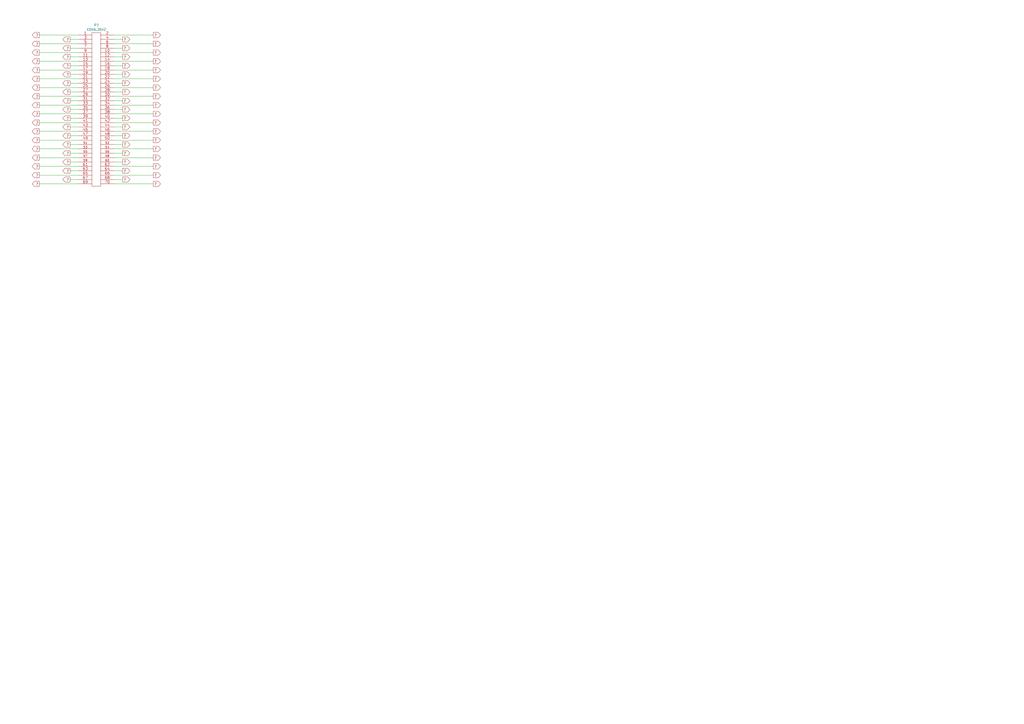
<source format=kicad_sch>
(kicad_sch (version 20250114) (generator "eeschema") (generator_version "9.0")
  (paper "A2")
  (title_block (date "2 aug 2016"))
  (lib_symbols
    (symbol "FR1-1-rescue:CONN_35X2-conn_35x2" (pin_names (offset 0.254) (hide yes))
      (property "Reference" "P" (at 0 45.72 0))
      (property "Value" "conn_35x2:CONN_35X2" (at 0 0 90))
      (symbol "CONN_35X2-conn_35x2_0_1"
        (rectangle (start -2.54 -44.45) (end 2.54 44.45))
      )
      (symbol "CONN_35X2-conn_35x2_1_1"
        (pin passive line (at -10.16 43.18 0) (length 7.62) (name "P1") (number "1"))
        (pin passive line (at -10.16 40.64 0) (length 7.62) (name "P3") (number "3"))
        (pin passive line (at -10.16 38.1 0) (length 7.62) (name "P5") (number "5"))
        (pin passive line (at -10.16 35.56 0) (length 7.62) (name "P7") (number "7"))
        (pin passive line (at -10.16 33.02 0) (length 7.62) (name "P9") (number "9"))
        (pin passive line (at -10.16 30.48 0) (length 7.62) (name "P11") (number "11"))
        (pin passive line (at -10.16 27.94 0) (length 7.62) (name "P13") (number "13"))
        (pin passive line (at -10.16 25.4 0) (length 7.62) (name "P15") (number "15"))
        (pin passive line (at -10.16 22.86 0) (length 7.62) (name "P17") (number "17"))
        (pin passive line (at -10.16 20.32 0) (length 7.62) (name "P19") (number "19"))
        (pin passive line (at -10.16 17.78 0) (length 7.62) (name "P21") (number "21"))
        (pin passive line (at -10.16 15.24 0) (length 7.62) (name "P23") (number "23"))
        (pin passive line (at -10.16 12.7 0) (length 7.62) (name "~") (number "25"))
        (pin passive line (at -10.16 10.16 0) (length 7.62) (name "P27") (number "27"))
        (pin passive line (at -10.16 7.62 0) (length 7.62) (name "P29") (number "29"))
        (pin passive line (at -10.16 5.08 0) (length 7.62) (name "P31") (number "31"))
        (pin passive line (at -10.16 2.54 0) (length 7.62) (name "P33") (number "33"))
        (pin passive line (at -10.16 0 0) (length 7.62) (name "P35") (number "35"))
        (pin passive line (at -10.16 -2.54 0) (length 7.62) (name "P37") (number "37"))
        (pin passive line (at -10.16 -5.08 0) (length 7.62) (name "P39") (number "39"))
        (pin passive line (at -10.16 -7.62 0) (length 7.62) (name "P41") (number "41"))
        (pin passive line (at -10.16 -10.16 0) (length 7.62) (name "P43") (number "43"))
        (pin passive line (at -10.16 -12.7 0) (length 7.62) (name "P45") (number "45"))
        (pin passive line (at -10.16 -15.24 0) (length 7.62) (name "P47") (number "47"))
        (pin passive line (at -10.16 -17.78 0) (length 7.62) (name "P49") (number "49"))
        (pin passive line (at -10.16 -20.32 0) (length 7.62) (name "P51") (number "51"))
        (pin passive line (at -10.16 -22.86 0) (length 7.62) (name "P53") (number "53"))
        (pin passive line (at -10.16 -25.4 0) (length 7.62) (name "P55") (number "55"))
        (pin passive line (at -10.16 -27.94 0) (length 7.62) (name "P57") (number "57"))
        (pin passive line (at -10.16 -30.48 0) (length 7.62) (name "P59") (number "59"))
        (pin passive line (at -10.16 -33.02 0) (length 7.62) (name "P61") (number "61"))
        (pin passive line (at -10.16 -35.56 0) (length 7.62) (name "P63") (number "63"))
        (pin passive line (at -10.16 -38.1 0) (length 7.62) (name "P65") (number "65"))
        (pin passive line (at -10.16 -40.64 0) (length 7.62) (name "P67") (number "67"))
        (pin passive line (at -10.16 -43.18 0) (length 7.62) (name "P69") (number "69"))
        (pin passive line (at 10.16 43.18 180) (length 7.62) (name "P2") (number "2"))
        (pin passive line (at 10.16 40.64 180) (length 7.62) (name "P4") (number "4"))
        (pin passive line (at 10.16 38.1 180) (length 7.62) (name "P6") (number "6"))
        (pin passive line (at 10.16 35.56 180) (length 7.62) (name "P8") (number "8"))
        (pin passive line (at 10.16 33.02 180) (length 7.62) (name "P10") (number "10"))
        (pin passive line (at 10.16 30.48 180) (length 7.62) (name "P12") (number "12"))
        (pin passive line (at 10.16 27.94 180) (length 7.62) (name "P14") (number "14"))
        (pin passive line (at 10.16 25.4 180) (length 7.62) (name "P16") (number "16"))
        (pin passive line (at 10.16 22.86 180) (length 7.62) (name "P18") (number "18"))
        (pin passive line (at 10.16 20.32 180) (length 7.62) (name "P20") (number "20"))
        (pin passive line (at 10.16 17.78 180) (length 7.62) (name "P22") (number "22"))
        (pin passive line (at 10.16 15.24 180) (length 7.62) (name "P24") (number "24"))
        (pin passive line (at 10.16 12.7 180) (length 7.62) (name "P26") (number "26"))
        (pin passive line (at 10.16 10.16 180) (length 7.62) (name "P28") (number "28"))
        (pin passive line (at 10.16 7.62 180) (length 7.62) (name "P30") (number "30"))
        (pin passive line (at 10.16 5.08 180) (length 7.62) (name "P32") (number "32"))
        (pin passive line (at 10.16 2.54 180) (length 7.62) (name "P34") (number "34"))
        (pin passive line (at 10.16 0 180) (length 7.62) (name "P36") (number "36"))
        (pin passive line (at 10.16 -2.54 180) (length 7.62) (name "P38") (number "38"))
        (pin passive line (at 10.16 -5.08 180) (length 7.62) (name "P40") (number "40"))
        (pin passive line (at 10.16 -7.62 180) (length 7.62) (name "P42") (number "42"))
        (pin passive line (at 10.16 -10.16 180) (length 7.62) (name "P44") (number "44"))
        (pin passive line (at 10.16 -12.7 180) (length 7.62) (name "P46") (number "46"))
        (pin passive line (at 10.16 -15.24 180) (length 7.62) (name "P48") (number "48"))
        (pin passive line (at 10.16 -17.78 180) (length 7.62) (name "P50") (number "50"))
        (pin passive line (at 10.16 -20.32 180) (length 7.62) (name "P52") (number "52"))
        (pin passive line (at 10.16 -22.86 180) (length 7.62) (name "P54") (number "54"))
        (pin passive line (at 10.16 -25.4 180) (length 7.62) (name "P56") (number "56"))
        (pin passive line (at 10.16 -27.94 180) (length 7.62) (name "P58") (number "58"))
        (pin passive line (at 10.16 -30.48 180) (length 7.62) (name "P60") (number "60"))
        (pin passive line (at 10.16 -33.02 180) (length 7.62) (name "P62") (number "62"))
        (pin passive line (at 10.16 -35.56 180) (length 7.62) (name "P64") (number "64"))
        (pin passive line (at 10.16 -38.1 180) (length 7.62) (name "P66") (number "66"))
        (pin passive line (at 10.16 -40.64 180) (length 7.62) (name "P68") (number "68"))
        (pin passive line (at 10.16 -43.18 180) (length 7.62) (name "P70") (number "70"))
      )
    )
  )
  (wire (pts (xy 71.12 73.66) (xy 66.04 73.66)))
  (wire (pts (xy 22.86 60.96) (xy 45.72 60.96)))
  (wire (pts (xy 71.12 93.98) (xy 66.04 93.98)))
  (wire (pts (xy 22.86 81.28) (xy 45.72 81.28)))
  (wire (pts (xy 88.9 96.52) (xy 66.04 96.52)))
  (wire (pts (xy 71.12 68.58) (xy 66.04 68.58)))
  (wire (pts (xy 71.12 104.14) (xy 66.04 104.14)))
  (wire (pts (xy 22.86 20.32) (xy 45.72 20.32)))
  (wire (pts (xy 71.12 43.18) (xy 66.04 43.18)))
  (wire (pts (xy 22.86 50.8) (xy 45.72 50.8)))
  (wire (pts (xy 88.9 76.2) (xy 66.04 76.2)))
  (wire (pts (xy 22.86 101.6) (xy 45.72 101.6)))
  (wire (pts (xy 40.64 68.58) (xy 45.72 68.58)))
  (wire (pts (xy 22.86 96.52) (xy 45.72 96.52)))
  (wire (pts (xy 88.9 91.44) (xy 66.04 91.44)))
  (wire (pts (xy 88.9 35.56) (xy 66.04 35.56)))
  (wire (pts (xy 40.64 73.66) (xy 45.72 73.66)))
  (wire (pts (xy 88.9 81.28) (xy 66.04 81.28)))
  (wire (pts (xy 22.86 106.68) (xy 45.72 106.68)))
  (wire (pts (xy 22.86 66.04) (xy 45.72 66.04)))
  (wire (pts (xy 22.86 76.2) (xy 45.72 76.2)))
  (wire (pts (xy 40.64 83.82) (xy 45.72 83.82)))
  (wire (pts (xy 22.86 86.36) (xy 45.72 86.36)))
  (wire (pts (xy 40.64 53.34) (xy 45.72 53.34)))
  (wire (pts (xy 45.72 88.9) (xy 40.64 88.9)))
  (wire (pts (xy 22.86 71.12) (xy 45.72 71.12)))
  (wire (pts (xy 40.64 22.86) (xy 45.72 22.86)))
  (wire (pts (xy 22.86 91.44) (xy 45.72 91.44)))
  (wire (pts (xy 88.9 25.4) (xy 66.04 25.4)))
  (wire (pts (xy 71.12 33.02) (xy 66.04 33.02)))
  (wire (pts (xy 71.12 83.82) (xy 66.04 83.82)))
  (wire (pts (xy 22.86 45.72) (xy 45.72 45.72)))
  (wire (pts (xy 88.9 30.48) (xy 66.04 30.48)))
  (wire (pts (xy 40.64 99.06) (xy 45.72 99.06)))
  (wire (pts (xy 22.86 55.88) (xy 45.72 55.88)))
  (wire (pts (xy 40.64 43.18) (xy 45.72 43.18)))
  (wire (pts (xy 40.64 78.74) (xy 45.72 78.74)))
  (wire (pts (xy 45.72 93.98) (xy 40.64 93.98)))
  (wire (pts (xy 88.9 40.64) (xy 66.04 40.64)))
  (wire (pts (xy 88.9 60.96) (xy 66.04 60.96)))
  (wire (pts (xy 40.64 27.94) (xy 45.72 27.94)))
  (wire (pts (xy 88.9 101.6) (xy 66.04 101.6)))
  (wire (pts (xy 40.64 58.42) (xy 45.72 58.42)))
  (wire (pts (xy 40.64 63.5) (xy 45.72 63.5)))
  (wire (pts (xy 22.86 35.56) (xy 45.72 35.56)))
  (wire (pts (xy 66.04 99.06) (xy 71.12 99.06)))
  (wire (pts (xy 22.86 30.48) (xy 45.72 30.48)))
  (wire (pts (xy 71.12 53.34) (xy 66.04 53.34)))
  (wire (pts (xy 71.12 58.42) (xy 66.04 58.42)))
  (wire (pts (xy 88.9 71.12) (xy 66.04 71.12)))
  (wire (pts (xy 71.12 78.74) (xy 66.04 78.74)))
  (wire (pts (xy 71.12 22.86) (xy 66.04 22.86)))
  (wire (pts (xy 88.9 55.88) (xy 66.04 55.88)))
  (wire (pts (xy 88.9 66.04) (xy 66.04 66.04)))
  (wire (pts (xy 22.86 40.64) (xy 45.72 40.64)))
  (wire (pts (xy 71.12 88.9) (xy 66.04 88.9)))
  (wire (pts (xy 88.9 50.8) (xy 66.04 50.8)))
  (wire (pts (xy 40.64 104.14) (xy 45.72 104.14)))
  (wire (pts (xy 71.12 63.5) (xy 66.04 63.5)))
  (wire (pts (xy 40.64 38.1) (xy 45.72 38.1)))
  (wire (pts (xy 71.12 38.1) (xy 66.04 38.1)))
  (wire (pts (xy 40.64 33.02) (xy 45.72 33.02)))
  (wire (pts (xy 88.9 45.72) (xy 66.04 45.72)))
  (wire (pts (xy 88.9 86.36) (xy 66.04 86.36)))
  (wire (pts (xy 40.64 48.26) (xy 45.72 48.26)))
  (wire (pts (xy 22.86 25.4) (xy 45.72 25.4)))
  (wire (pts (xy 88.9 106.68) (xy 66.04 106.68)))
  (wire (pts (xy 71.12 27.94) (xy 66.04 27.94)))
  (wire (pts (xy 88.9 20.32) (xy 66.04 20.32)))
  (wire (pts (xy 71.12 48.26) (xy 66.04 48.26)))
  (global_label "?" (shape output) (at 88.9 55.88 0) (effects (font (size 1.524 1.524))) (property "Intersheetrefs" "${INTERSHEET_REFS}" (effects (hide yes))))
  (global_label "?" (shape output) (at 22.86 55.88 180) (effects (font (size 1.524 1.524))) (property "Intersheetrefs" "${INTERSHEET_REFS}" (effects (hide yes))))
  (global_label "?" (shape output) (at 22.86 81.28 180) (effects (font (size 1.524 1.524))) (property "Intersheetrefs" "${INTERSHEET_REFS}" (effects (hide yes))))
  (global_label "?" (shape output) (at 88.9 45.72 0) (effects (font (size 1.524 1.524))) (property "Intersheetrefs" "${INTERSHEET_REFS}" (effects (hide yes))))
  (global_label "?" (shape output) (at 88.9 50.8 0) (effects (font (size 1.524 1.524))) (property "Intersheetrefs" "${INTERSHEET_REFS}" (effects (hide yes))))
  (global_label "?" (shape output) (at 40.64 68.58 180) (effects (font (size 1.524 1.524))) (property "Intersheetrefs" "${INTERSHEET_REFS}" (effects (hide yes))))
  (global_label "?" (shape output) (at 40.64 63.5 180) (effects (font (size 1.524 1.524))) (property "Intersheetrefs" "${INTERSHEET_REFS}" (effects (hide yes))))
  (global_label "?" (shape output) (at 88.9 86.36 0) (effects (font (size 1.524 1.524))) (property "Intersheetrefs" "${INTERSHEET_REFS}" (effects (hide yes))))
  (global_label "?" (shape output) (at 22.86 60.96 180) (effects (font (size 1.524 1.524))) (property "Intersheetrefs" "${INTERSHEET_REFS}" (effects (hide yes))))
  (global_label "?" (shape output) (at 88.9 71.12 0) (effects (font (size 1.524 1.524))) (property "Intersheetrefs" "${INTERSHEET_REFS}" (effects (hide yes))))
  (global_label "?" (shape output) (at 71.12 27.94 0) (effects (font (size 1.524 1.524))) (property "Intersheetrefs" "${INTERSHEET_REFS}" (effects (hide yes))))
  (global_label "?" (shape output) (at 22.86 71.12 180) (effects (font (size 1.524 1.524))) (property "Intersheetrefs" "${INTERSHEET_REFS}" (effects (hide yes))))
  (global_label "?" (shape output) (at 22.86 50.8 180) (effects (font (size 1.524 1.524))) (property "Intersheetrefs" "${INTERSHEET_REFS}" (effects (hide yes))))
  (global_label "?" (shape output) (at 71.12 99.06 0) (effects (font (size 1.524 1.524))) (property "Intersheetrefs" "${INTERSHEET_REFS}" (effects (hide yes))))
  (global_label "?" (shape output) (at 88.9 106.68 0) (effects (font (size 1.524 1.524))) (property "Intersheetrefs" "${INTERSHEET_REFS}" (effects (hide yes))))
  (global_label "?" (shape output) (at 71.12 48.26 0) (effects (font (size 1.524 1.524))) (property "Intersheetrefs" "${INTERSHEET_REFS}" (effects (hide yes))))
  (global_label "?" (shape output) (at 88.9 60.96 0) (effects (font (size 1.524 1.524))) (property "Intersheetrefs" "${INTERSHEET_REFS}" (effects (hide yes))))
  (global_label "?" (shape output) (at 71.12 53.34 0) (effects (font (size 1.524 1.524))) (property "Intersheetrefs" "${INTERSHEET_REFS}" (effects (hide yes))))
  (global_label "?" (shape output) (at 22.86 30.48 180) (effects (font (size 1.524 1.524))) (property "Intersheetrefs" "${INTERSHEET_REFS}" (effects (hide yes))))
  (global_label "?" (shape output) (at 40.64 73.66 180) (effects (font (size 1.524 1.524))) (property "Intersheetrefs" "${INTERSHEET_REFS}" (effects (hide yes))))
  (global_label "?" (shape output) (at 71.12 58.42 0) (effects (font (size 1.524 1.524))) (property "Intersheetrefs" "${INTERSHEET_REFS}" (effects (hide yes))))
  (global_label "?" (shape output) (at 71.12 93.98 0) (effects (font (size 1.524 1.524))) (property "Intersheetrefs" "${INTERSHEET_REFS}" (effects (hide yes))))
  (global_label "?" (shape output) (at 22.86 91.44 180) (effects (font (size 1.524 1.524))) (property "Intersheetrefs" "${INTERSHEET_REFS}" (effects (hide yes))))
  (global_label "?" (shape output) (at 22.86 86.36 180) (effects (font (size 1.524 1.524))) (property "Intersheetrefs" "${INTERSHEET_REFS}" (effects (hide yes))))
  (global_label "?" (shape output) (at 71.12 83.82 0) (effects (font (size 1.524 1.524))) (property "Intersheetrefs" "${INTERSHEET_REFS}" (effects (hide yes))))
  (global_label "?" (shape output) (at 71.12 68.58 0) (effects (font (size 1.524 1.524))) (property "Intersheetrefs" "${INTERSHEET_REFS}" (effects (hide yes))))
  (global_label "?" (shape output) (at 71.12 22.86 0) (effects (font (size 1.524 1.524))) (property "Intersheetrefs" "${INTERSHEET_REFS}" (effects (hide yes))))
  (global_label "?" (shape output) (at 40.64 93.98 180) (effects (font (size 1.524 1.524))) (property "Intersheetrefs" "${INTERSHEET_REFS}" (effects (hide yes))))
  (global_label "?" (shape output) (at 40.64 27.94 180) (effects (font (size 1.524 1.524))) (property "Intersheetrefs" "${INTERSHEET_REFS}" (effects (hide yes))))
  (global_label "?" (shape output) (at 88.9 81.28 0) (effects (font (size 1.524 1.524))) (property "Intersheetrefs" "${INTERSHEET_REFS}" (effects (hide yes))))
  (global_label "?" (shape output) (at 40.64 99.06 180) (effects (font (size 1.524 1.524))) (property "Intersheetrefs" "${INTERSHEET_REFS}" (effects (hide yes))))
  (global_label "?" (shape output) (at 40.64 33.02 180) (effects (font (size 1.524 1.524))) (property "Intersheetrefs" "${INTERSHEET_REFS}" (effects (hide yes))))
  (global_label "?" (shape output) (at 22.86 106.68 180) (effects (font (size 1.524 1.524))) (property "Intersheetrefs" "${INTERSHEET_REFS}" (effects (hide yes))))
  (global_label "?" (shape output) (at 88.9 20.32 0) (effects (font (size 1.524 1.524))) (property "Intersheetrefs" "${INTERSHEET_REFS}" (effects (hide yes))))
  (global_label "?" (shape output) (at 88.9 30.48 0) (effects (font (size 1.524 1.524))) (property "Intersheetrefs" "${INTERSHEET_REFS}" (effects (hide yes))))
  (global_label "?" (shape output) (at 71.12 88.9 0) (effects (font (size 1.524 1.524))) (property "Intersheetrefs" "${INTERSHEET_REFS}" (effects (hide yes))))
  (global_label "?" (shape output) (at 71.12 63.5 0) (effects (font (size 1.524 1.524))) (property "Intersheetrefs" "${INTERSHEET_REFS}" (effects (hide yes))))
  (global_label "?" (shape output) (at 88.9 35.56 0) (effects (font (size 1.524 1.524))) (property "Intersheetrefs" "${INTERSHEET_REFS}" (effects (hide yes))))
  (global_label "?" (shape output) (at 88.9 40.64 0) (effects (font (size 1.524 1.524))) (property "Intersheetrefs" "${INTERSHEET_REFS}" (effects (hide yes))))
  (global_label "?" (shape output) (at 40.64 43.18 180) (effects (font (size 1.524 1.524))) (property "Intersheetrefs" "${INTERSHEET_REFS}" (effects (hide yes))))
  (global_label "?" (shape output) (at 22.86 20.32 180) (effects (font (size 1.524 1.524))) (property "Intersheetrefs" "${INTERSHEET_REFS}" (effects (hide yes))))
  (global_label "?" (shape output) (at 40.64 104.14 180) (effects (font (size 1.524 1.524))) (property "Intersheetrefs" "${INTERSHEET_REFS}" (effects (hide yes))))
  (global_label "?" (shape output) (at 40.64 58.42 180) (effects (font (size 1.524 1.524))) (property "Intersheetrefs" "${INTERSHEET_REFS}" (effects (hide yes))))
  (global_label "?" (shape output) (at 71.12 43.18 0) (effects (font (size 1.524 1.524))) (property "Intersheetrefs" "${INTERSHEET_REFS}" (effects (hide yes))))
  (global_label "?" (shape output) (at 71.12 73.66 0) (effects (font (size 1.524 1.524))) (property "Intersheetrefs" "${INTERSHEET_REFS}" (effects (hide yes))))
  (global_label "?" (shape output) (at 22.86 76.2 180) (effects (font (size 1.524 1.524))) (property "Intersheetrefs" "${INTERSHEET_REFS}" (effects (hide yes))))
  (global_label "?" (shape output) (at 22.86 40.64 180) (effects (font (size 1.524 1.524))) (property "Intersheetrefs" "${INTERSHEET_REFS}" (effects (hide yes))))
  (global_label "?" (shape output) (at 88.9 91.44 0) (effects (font (size 1.524 1.524))) (property "Intersheetrefs" "${INTERSHEET_REFS}" (effects (hide yes))))
  (global_label "?" (shape output) (at 22.86 45.72 180) (effects (font (size 1.524 1.524))) (property "Intersheetrefs" "${INTERSHEET_REFS}" (effects (hide yes))))
  (global_label "?" (shape output) (at 40.64 83.82 180) (effects (font (size 1.524 1.524))) (property "Intersheetrefs" "${INTERSHEET_REFS}" (effects (hide yes))))
  (global_label "?" (shape output) (at 71.12 78.74 0) (effects (font (size 1.524 1.524))) (property "Intersheetrefs" "${INTERSHEET_REFS}" (effects (hide yes))))
  (global_label "?" (shape output) (at 88.9 25.4 0) (effects (font (size 1.524 1.524))) (property "Intersheetrefs" "${INTERSHEET_REFS}" (effects (hide yes))))
  (global_label "?" (shape output) (at 40.64 78.74 180) (effects (font (size 1.524 1.524))) (property "Intersheetrefs" "${INTERSHEET_REFS}" (effects (hide yes))))
  (global_label "?" (shape output) (at 22.86 96.52 180) (effects (font (size 1.524 1.524))) (property "Intersheetrefs" "${INTERSHEET_REFS}" (effects (hide yes))))
  (global_label "?" (shape output) (at 40.64 53.34 180) (effects (font (size 1.524 1.524))) (property "Intersheetrefs" "${INTERSHEET_REFS}" (effects (hide yes))))
  (global_label "?" (shape output) (at 40.64 48.26 180) (effects (font (size 1.524 1.524))) (property "Intersheetrefs" "${INTERSHEET_REFS}" (effects (hide yes))))
  (global_label "?" (shape output) (at 40.64 88.9 180) (effects (font (size 1.524 1.524))) (property "Intersheetrefs" "${INTERSHEET_REFS}" (effects (hide yes))))
  (global_label "?" (shape output) (at 88.9 76.2 0) (effects (font (size 1.524 1.524))) (property "Intersheetrefs" "${INTERSHEET_REFS}" (effects (hide yes))))
  (global_label "?" (shape output) (at 71.12 33.02 0) (effects (font (size 1.524 1.524))) (property "Intersheetrefs" "${INTERSHEET_REFS}" (effects (hide yes))))
  (global_label "?" (shape output) (at 88.9 101.6 0) (effects (font (size 1.524 1.524))) (property "Intersheetrefs" "${INTERSHEET_REFS}" (effects (hide yes))))
  (global_label "?" (shape output) (at 88.9 96.52 0) (effects (font (size 1.524 1.524))) (property "Intersheetrefs" "${INTERSHEET_REFS}" (effects (hide yes))))
  (global_label "?" (shape output) (at 22.86 101.6 180) (effects (font (size 1.524 1.524))) (property "Intersheetrefs" "${INTERSHEET_REFS}" (effects (hide yes))))
  (global_label "?" (shape output) (at 88.9 66.04 0) (effects (font (size 1.524 1.524))) (property "Intersheetrefs" "${INTERSHEET_REFS}" (effects (hide yes))))
  (global_label "?" (shape output) (at 40.64 38.1 180) (effects (font (size 1.524 1.524))) (property "Intersheetrefs" "${INTERSHEET_REFS}" (effects (hide yes))))
  (global_label "?" (shape output) (at 22.86 35.56 180) (effects (font (size 1.524 1.524))) (property "Intersheetrefs" "${INTERSHEET_REFS}" (effects (hide yes))))
  (global_label "?" (shape output) (at 71.12 104.14 0) (effects (font (size 1.524 1.524))) (property "Intersheetrefs" "${INTERSHEET_REFS}" (effects (hide yes))))
  (global_label "?" (shape output) (at 71.12 38.1 0) (effects (font (size 1.524 1.524))) (property "Intersheetrefs" "${INTERSHEET_REFS}" (effects (hide yes))))
  (global_label "?" (shape output) (at 22.86 25.4 180) (effects (font (size 1.524 1.524))) (property "Intersheetrefs" "${INTERSHEET_REFS}" (effects (hide yes))))
  (global_label "?" (shape output) (at 22.86 66.04 180) (effects (font (size 1.524 1.524))) (property "Intersheetrefs" "${INTERSHEET_REFS}" (effects (hide yes))))
  (global_label "?" (shape output) (at 40.64 22.86 180) (effects (font (size 1.524 1.524))) (property "Intersheetrefs" "${INTERSHEET_REFS}" (effects (hide yes))))
  (symbol (lib_id "FR1-1-rescue:CONN_35X2-conn_35x2") (at 55.88 63.5 0) (unit 1)
    (property "Reference" "P?" (at 55.88 14.6812 0) (effects (font (size 1.524 1.524))))
    (property "Value" "CONN_35X2" (at 55.88 17.1704 0))
  )
)
</source>
